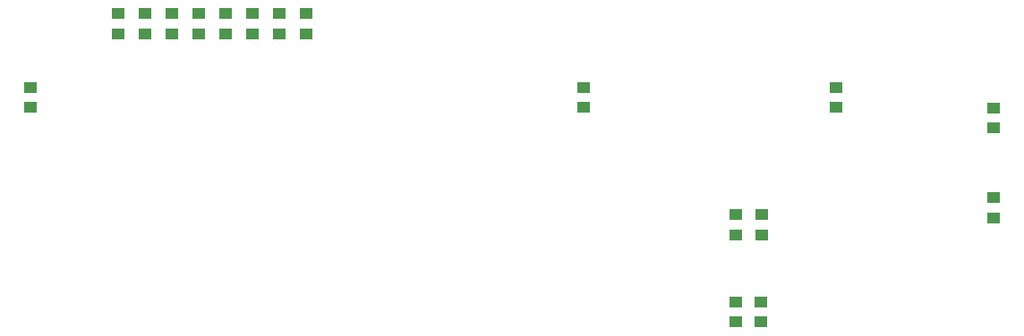
<source format=gtp>
G04 Layer_Color=8421504*
%FSLAX25Y25*%
%MOIN*%
G70*
G01*
G75*
%ADD10R,0.04724X0.04488*%
D10*
X12500Y113740D02*
D03*
Y106260D02*
D03*
X275000Y33740D02*
D03*
Y26260D02*
D03*
X218500Y113740D02*
D03*
Y106260D02*
D03*
X312500Y113740D02*
D03*
Y106260D02*
D03*
X115000Y141240D02*
D03*
Y133760D02*
D03*
X105000Y141240D02*
D03*
Y133760D02*
D03*
X95000Y141240D02*
D03*
Y133760D02*
D03*
X85000Y141240D02*
D03*
Y133760D02*
D03*
X75000Y141240D02*
D03*
Y133760D02*
D03*
X65000Y141240D02*
D03*
Y133760D02*
D03*
X55000Y141240D02*
D03*
Y133760D02*
D03*
X45000Y141240D02*
D03*
Y133760D02*
D03*
X371063Y106102D02*
D03*
Y98622D02*
D03*
Y72638D02*
D03*
Y65158D02*
D03*
X284500Y26260D02*
D03*
Y33740D02*
D03*
X275197Y58858D02*
D03*
Y66339D02*
D03*
X284646Y58858D02*
D03*
Y66339D02*
D03*
M02*

</source>
